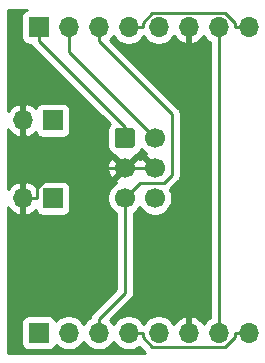
<source format=gbl>
%TF.GenerationSoftware,KiCad,Pcbnew,5.1.9+dfsg1-1+deb11u1*%
%TF.CreationDate,2022-11-30T10:07:17+01:00*%
%TF.ProjectId,A500MPU-Adapter,41353030-4d50-4552-9d41-646170746572,2.0*%
%TF.SameCoordinates,Original*%
%TF.FileFunction,Copper,L2,Bot*%
%TF.FilePolarity,Positive*%
%FSLAX46Y46*%
G04 Gerber Fmt 4.6, Leading zero omitted, Abs format (unit mm)*
G04 Created by KiCad (PCBNEW 5.1.9+dfsg1-1+deb11u1) date 2022-11-30 10:07:17*
%MOMM*%
%LPD*%
G01*
G04 APERTURE LIST*
%TA.AperFunction,ComponentPad*%
%ADD10R,1.700000X1.700000*%
%TD*%
%TA.AperFunction,ComponentPad*%
%ADD11O,1.700000X1.700000*%
%TD*%
%TA.AperFunction,ComponentPad*%
%ADD12C,1.700000*%
%TD*%
%TA.AperFunction,Conductor*%
%ADD13C,0.250000*%
%TD*%
%TA.AperFunction,Conductor*%
%ADD14C,0.254000*%
%TD*%
%TA.AperFunction,Conductor*%
%ADD15C,0.100000*%
%TD*%
G04 APERTURE END LIST*
D10*
%TO.P,P1,1*%
%TO.N,CLOCK*%
X148100000Y-124600000D03*
D11*
%TO.P,P1,2*%
%TO.N,DATA*%
X150640000Y-124600000D03*
%TO.P,P1,3*%
%TO.N,RESET*%
X153180000Y-124600000D03*
%TO.P,P1,4*%
%TO.N,INUSE*%
X155720000Y-124600000D03*
%TO.P,P1,5*%
%TO.N,Net-(P1-Pad5)*%
X158260000Y-124600000D03*
%TO.P,P1,6*%
%TO.N,GND*%
X160800000Y-124600000D03*
%TO.P,P1,7*%
%TO.N,STATUS*%
X163340000Y-124600000D03*
%TO.P,P1,8*%
%TO.N,INUSE*%
X165880000Y-124600000D03*
%TD*%
D10*
%TO.P,P2,1*%
%TO.N,CLOCK*%
X148100000Y-98700000D03*
D11*
%TO.P,P2,2*%
%TO.N,DATA*%
X150640000Y-98700000D03*
%TO.P,P2,3*%
%TO.N,RESET*%
X153180000Y-98700000D03*
%TO.P,P2,4*%
%TO.N,INUSE*%
X155720000Y-98700000D03*
%TO.P,P2,5*%
%TO.N,Net-(P2-Pad5)*%
X158260000Y-98700000D03*
%TO.P,P2,6*%
%TO.N,GND*%
X160800000Y-98700000D03*
%TO.P,P2,7*%
%TO.N,STATUS*%
X163340000Y-98700000D03*
%TO.P,P2,8*%
%TO.N,INUSE*%
X165880000Y-98700000D03*
%TD*%
%TO.P,P3,1*%
%TO.N,CLOCK*%
%TA.AperFunction,ComponentPad*%
G36*
G01*
X154550000Y-108700000D02*
X154550000Y-107500000D01*
G75*
G02*
X154800000Y-107250000I250000J0D01*
G01*
X156000000Y-107250000D01*
G75*
G02*
X156250000Y-107500000I0J-250000D01*
G01*
X156250000Y-108700000D01*
G75*
G02*
X156000000Y-108950000I-250000J0D01*
G01*
X154800000Y-108950000D01*
G75*
G02*
X154550000Y-108700000I0J250000D01*
G01*
G37*
%TD.AperFunction*%
D12*
%TO.P,P3,3*%
%TO.N,GND*%
X155400000Y-110640000D03*
%TO.P,P3,5*%
%TO.N,RESET*%
X155400000Y-113180000D03*
%TO.P,P3,2*%
%TO.N,DATA*%
X157940000Y-108100000D03*
%TO.P,P3,4*%
%TO.N,GND*%
X157940000Y-110640000D03*
%TO.P,P3,6*%
%TO.N,INUSE*%
X157940000Y-113180000D03*
%TD*%
D10*
%TO.P,P4,1*%
%TO.N,Net-(P4-Pad1)*%
X149300000Y-106600000D03*
D11*
%TO.P,P4,2*%
%TO.N,GND*%
X146760000Y-106600000D03*
%TD*%
%TO.P,P5,2*%
%TO.N,GND*%
X146760000Y-113200000D03*
D10*
%TO.P,P5,1*%
%TO.N,Net-(P5-Pad1)*%
X149300000Y-113200000D03*
%TD*%
D13*
%TO.N,GND*%
X146760000Y-106600000D02*
X146760000Y-107775100D01*
X149664000Y-110640000D02*
X147935100Y-112368900D01*
X147935100Y-112368900D02*
X147935100Y-113200000D01*
X155400000Y-110640000D02*
X149664000Y-110640000D01*
X149664000Y-110640000D02*
X146799100Y-107775100D01*
X146799100Y-107775100D02*
X146760000Y-107775100D01*
X146760000Y-113200000D02*
X147935100Y-113200000D01*
X157940000Y-110640000D02*
X155400000Y-110640000D01*
%TO.N,CLOCK*%
X148100000Y-98700000D02*
X148100000Y-99875100D01*
X155400000Y-108100000D02*
X155400000Y-107175100D01*
X155400000Y-107175100D02*
X148100000Y-99875100D01*
%TO.N,DATA*%
X150640000Y-98700000D02*
X150640000Y-100800000D01*
X150640000Y-100800000D02*
X157940000Y-108100000D01*
%TO.N,RESET*%
X153180000Y-123424900D02*
X155400000Y-121204900D01*
X155400000Y-121204900D02*
X155400000Y-113180000D01*
X153180000Y-124600000D02*
X153180000Y-123424900D01*
X153180000Y-99875100D02*
X153180000Y-98700000D01*
X159400000Y-106095100D02*
X153180000Y-99875100D01*
X159400000Y-111200000D02*
X159400000Y-106095100D01*
X158690000Y-111910000D02*
X159400000Y-111200000D01*
X156670000Y-111910000D02*
X158690000Y-111910000D01*
X155400000Y-113180000D02*
X156670000Y-111910000D01*
%TO.N,STATUS*%
X163340000Y-98700000D02*
X163340000Y-124600000D01*
%TO.N,INUSE*%
X165880000Y-124600000D02*
X164704900Y-124600000D01*
X155720000Y-124600000D02*
X156895100Y-124600000D01*
X156895100Y-124600000D02*
X156895100Y-124967200D01*
X156895100Y-124967200D02*
X157710000Y-125782100D01*
X157710000Y-125782100D02*
X163888000Y-125782100D01*
X163888000Y-125782100D02*
X164704900Y-124965200D01*
X164704900Y-124965200D02*
X164704900Y-124600000D01*
X155720000Y-98700000D02*
X156895100Y-98700000D01*
X165880000Y-98700000D02*
X164704900Y-98700000D01*
X164704900Y-98700000D02*
X164704900Y-98332800D01*
X164704900Y-98332800D02*
X163887900Y-97515800D01*
X163887900Y-97515800D02*
X157714000Y-97515800D01*
X157714000Y-97515800D02*
X156895100Y-98334700D01*
X156895100Y-98334700D02*
X156895100Y-98700000D01*
%TD*%
D14*
%TO.N,GND*%
X147005820Y-97260498D02*
X146895506Y-97319463D01*
X146798815Y-97398815D01*
X146719463Y-97495506D01*
X146660498Y-97605820D01*
X146624188Y-97725518D01*
X146611928Y-97850000D01*
X146611928Y-99550000D01*
X146624188Y-99674482D01*
X146660498Y-99794180D01*
X146719463Y-99904494D01*
X146798815Y-100001185D01*
X146895506Y-100080537D01*
X147005820Y-100139502D01*
X147125518Y-100175812D01*
X147250000Y-100188072D01*
X147405532Y-100188072D01*
X147465026Y-100299376D01*
X147527684Y-100375724D01*
X147560000Y-100415101D01*
X147588998Y-100438899D01*
X154104469Y-106954371D01*
X154061595Y-107006614D01*
X153979528Y-107160150D01*
X153928992Y-107326746D01*
X153911928Y-107500000D01*
X153911928Y-108700000D01*
X153928992Y-108873254D01*
X153979528Y-109039850D01*
X154061595Y-109193386D01*
X154172038Y-109327962D01*
X154306614Y-109438405D01*
X154460150Y-109520472D01*
X154569293Y-109553580D01*
X154551208Y-109611603D01*
X155400000Y-110460395D01*
X156248792Y-109611603D01*
X156230707Y-109553580D01*
X156339850Y-109520472D01*
X156493386Y-109438405D01*
X156627962Y-109327962D01*
X156738405Y-109193386D01*
X156806285Y-109066392D01*
X156993368Y-109253475D01*
X157166729Y-109369311D01*
X157091208Y-109611603D01*
X157940000Y-110460395D01*
X157954143Y-110446253D01*
X158133748Y-110625858D01*
X158119605Y-110640000D01*
X158133748Y-110654143D01*
X157954143Y-110833748D01*
X157940000Y-110819605D01*
X157925858Y-110833748D01*
X157746253Y-110654143D01*
X157760395Y-110640000D01*
X156911603Y-109791208D01*
X156670000Y-109866514D01*
X156428397Y-109791208D01*
X155579605Y-110640000D01*
X155593748Y-110654143D01*
X155414143Y-110833748D01*
X155400000Y-110819605D01*
X154551208Y-111668397D01*
X154626729Y-111910689D01*
X154453368Y-112026525D01*
X154246525Y-112233368D01*
X154084010Y-112476589D01*
X153972068Y-112746842D01*
X153915000Y-113033740D01*
X153915000Y-113326260D01*
X153972068Y-113613158D01*
X154084010Y-113883411D01*
X154246525Y-114126632D01*
X154453368Y-114333475D01*
X154640001Y-114458179D01*
X154640000Y-120890098D01*
X152668998Y-122861101D01*
X152640000Y-122884899D01*
X152616202Y-122913897D01*
X152616201Y-122913898D01*
X152545026Y-123000624D01*
X152474454Y-123132654D01*
X152453063Y-123203175D01*
X152430998Y-123275914D01*
X152426933Y-123317189D01*
X152233368Y-123446525D01*
X152026525Y-123653368D01*
X151910000Y-123827760D01*
X151793475Y-123653368D01*
X151586632Y-123446525D01*
X151343411Y-123284010D01*
X151073158Y-123172068D01*
X150786260Y-123115000D01*
X150493740Y-123115000D01*
X150206842Y-123172068D01*
X149936589Y-123284010D01*
X149693368Y-123446525D01*
X149561513Y-123578380D01*
X149539502Y-123505820D01*
X149480537Y-123395506D01*
X149401185Y-123298815D01*
X149304494Y-123219463D01*
X149194180Y-123160498D01*
X149074482Y-123124188D01*
X148950000Y-123111928D01*
X147250000Y-123111928D01*
X147125518Y-123124188D01*
X147005820Y-123160498D01*
X146895506Y-123219463D01*
X146798815Y-123298815D01*
X146719463Y-123395506D01*
X146660498Y-123505820D01*
X146624188Y-123625518D01*
X146611928Y-123750000D01*
X146611928Y-125450000D01*
X146624188Y-125574482D01*
X146660498Y-125694180D01*
X146719463Y-125804494D01*
X146798815Y-125901185D01*
X146895506Y-125980537D01*
X147005820Y-126039502D01*
X147125518Y-126075812D01*
X147250000Y-126088072D01*
X148950000Y-126088072D01*
X149074482Y-126075812D01*
X149194180Y-126039502D01*
X149304494Y-125980537D01*
X149401185Y-125901185D01*
X149480537Y-125804494D01*
X149539502Y-125694180D01*
X149561513Y-125621620D01*
X149693368Y-125753475D01*
X149936589Y-125915990D01*
X150206842Y-126027932D01*
X150493740Y-126085000D01*
X150786260Y-126085000D01*
X151073158Y-126027932D01*
X151343411Y-125915990D01*
X151586632Y-125753475D01*
X151793475Y-125546632D01*
X151910000Y-125372240D01*
X152026525Y-125546632D01*
X152233368Y-125753475D01*
X152476589Y-125915990D01*
X152746842Y-126027932D01*
X153033740Y-126085000D01*
X153326260Y-126085000D01*
X153613158Y-126027932D01*
X153883411Y-125915990D01*
X154126632Y-125753475D01*
X154333475Y-125546632D01*
X154450000Y-125372240D01*
X154566525Y-125546632D01*
X154773368Y-125753475D01*
X155016589Y-125915990D01*
X155286842Y-126027932D01*
X155573740Y-126085000D01*
X155866260Y-126085000D01*
X156153158Y-126027932D01*
X156423411Y-125915990D01*
X156630630Y-125777531D01*
X157143098Y-126290000D01*
X145490000Y-126290000D01*
X145490000Y-113955745D01*
X145564822Y-114081355D01*
X145759731Y-114297588D01*
X145993080Y-114471641D01*
X146255901Y-114596825D01*
X146403110Y-114641476D01*
X146633000Y-114520155D01*
X146633000Y-113327000D01*
X146613000Y-113327000D01*
X146613000Y-113073000D01*
X146633000Y-113073000D01*
X146633000Y-111879845D01*
X146887000Y-111879845D01*
X146887000Y-113073000D01*
X146907000Y-113073000D01*
X146907000Y-113327000D01*
X146887000Y-113327000D01*
X146887000Y-114520155D01*
X147116890Y-114641476D01*
X147264099Y-114596825D01*
X147526920Y-114471641D01*
X147760269Y-114297588D01*
X147836034Y-114213534D01*
X147860498Y-114294180D01*
X147919463Y-114404494D01*
X147998815Y-114501185D01*
X148095506Y-114580537D01*
X148205820Y-114639502D01*
X148325518Y-114675812D01*
X148450000Y-114688072D01*
X150150000Y-114688072D01*
X150274482Y-114675812D01*
X150394180Y-114639502D01*
X150504494Y-114580537D01*
X150601185Y-114501185D01*
X150680537Y-114404494D01*
X150739502Y-114294180D01*
X150775812Y-114174482D01*
X150788072Y-114050000D01*
X150788072Y-112350000D01*
X150775812Y-112225518D01*
X150739502Y-112105820D01*
X150680537Y-111995506D01*
X150601185Y-111898815D01*
X150504494Y-111819463D01*
X150394180Y-111760498D01*
X150274482Y-111724188D01*
X150150000Y-111711928D01*
X148450000Y-111711928D01*
X148325518Y-111724188D01*
X148205820Y-111760498D01*
X148095506Y-111819463D01*
X147998815Y-111898815D01*
X147919463Y-111995506D01*
X147860498Y-112105820D01*
X147836034Y-112186466D01*
X147760269Y-112102412D01*
X147526920Y-111928359D01*
X147264099Y-111803175D01*
X147116890Y-111758524D01*
X146887000Y-111879845D01*
X146633000Y-111879845D01*
X146403110Y-111758524D01*
X146255901Y-111803175D01*
X145993080Y-111928359D01*
X145759731Y-112102412D01*
X145564822Y-112318645D01*
X145490000Y-112444255D01*
X145490000Y-110708531D01*
X153909389Y-110708531D01*
X153951401Y-110998019D01*
X154049081Y-111273747D01*
X154122528Y-111411157D01*
X154371603Y-111488792D01*
X155220395Y-110640000D01*
X154371603Y-109791208D01*
X154122528Y-109868843D01*
X153996629Y-110132883D01*
X153924661Y-110416411D01*
X153909389Y-110708531D01*
X145490000Y-110708531D01*
X145490000Y-107355745D01*
X145564822Y-107481355D01*
X145759731Y-107697588D01*
X145993080Y-107871641D01*
X146255901Y-107996825D01*
X146403110Y-108041476D01*
X146633000Y-107920155D01*
X146633000Y-106727000D01*
X146613000Y-106727000D01*
X146613000Y-106473000D01*
X146633000Y-106473000D01*
X146633000Y-105279845D01*
X146887000Y-105279845D01*
X146887000Y-106473000D01*
X146907000Y-106473000D01*
X146907000Y-106727000D01*
X146887000Y-106727000D01*
X146887000Y-107920155D01*
X147116890Y-108041476D01*
X147264099Y-107996825D01*
X147526920Y-107871641D01*
X147760269Y-107697588D01*
X147836034Y-107613534D01*
X147860498Y-107694180D01*
X147919463Y-107804494D01*
X147998815Y-107901185D01*
X148095506Y-107980537D01*
X148205820Y-108039502D01*
X148325518Y-108075812D01*
X148450000Y-108088072D01*
X150150000Y-108088072D01*
X150274482Y-108075812D01*
X150394180Y-108039502D01*
X150504494Y-107980537D01*
X150601185Y-107901185D01*
X150680537Y-107804494D01*
X150739502Y-107694180D01*
X150775812Y-107574482D01*
X150788072Y-107450000D01*
X150788072Y-105750000D01*
X150775812Y-105625518D01*
X150739502Y-105505820D01*
X150680537Y-105395506D01*
X150601185Y-105298815D01*
X150504494Y-105219463D01*
X150394180Y-105160498D01*
X150274482Y-105124188D01*
X150150000Y-105111928D01*
X148450000Y-105111928D01*
X148325518Y-105124188D01*
X148205820Y-105160498D01*
X148095506Y-105219463D01*
X147998815Y-105298815D01*
X147919463Y-105395506D01*
X147860498Y-105505820D01*
X147836034Y-105586466D01*
X147760269Y-105502412D01*
X147526920Y-105328359D01*
X147264099Y-105203175D01*
X147116890Y-105158524D01*
X146887000Y-105279845D01*
X146633000Y-105279845D01*
X146403110Y-105158524D01*
X146255901Y-105203175D01*
X145993080Y-105328359D01*
X145759731Y-105502412D01*
X145564822Y-105718645D01*
X145490000Y-105844255D01*
X145490000Y-97230000D01*
X147106358Y-97230000D01*
X147005820Y-97260498D01*
%TA.AperFunction,Conductor*%
D15*
G36*
X147005820Y-97260498D02*
G01*
X146895506Y-97319463D01*
X146798815Y-97398815D01*
X146719463Y-97495506D01*
X146660498Y-97605820D01*
X146624188Y-97725518D01*
X146611928Y-97850000D01*
X146611928Y-99550000D01*
X146624188Y-99674482D01*
X146660498Y-99794180D01*
X146719463Y-99904494D01*
X146798815Y-100001185D01*
X146895506Y-100080537D01*
X147005820Y-100139502D01*
X147125518Y-100175812D01*
X147250000Y-100188072D01*
X147405532Y-100188072D01*
X147465026Y-100299376D01*
X147527684Y-100375724D01*
X147560000Y-100415101D01*
X147588998Y-100438899D01*
X154104469Y-106954371D01*
X154061595Y-107006614D01*
X153979528Y-107160150D01*
X153928992Y-107326746D01*
X153911928Y-107500000D01*
X153911928Y-108700000D01*
X153928992Y-108873254D01*
X153979528Y-109039850D01*
X154061595Y-109193386D01*
X154172038Y-109327962D01*
X154306614Y-109438405D01*
X154460150Y-109520472D01*
X154569293Y-109553580D01*
X154551208Y-109611603D01*
X155400000Y-110460395D01*
X156248792Y-109611603D01*
X156230707Y-109553580D01*
X156339850Y-109520472D01*
X156493386Y-109438405D01*
X156627962Y-109327962D01*
X156738405Y-109193386D01*
X156806285Y-109066392D01*
X156993368Y-109253475D01*
X157166729Y-109369311D01*
X157091208Y-109611603D01*
X157940000Y-110460395D01*
X157954143Y-110446253D01*
X158133748Y-110625858D01*
X158119605Y-110640000D01*
X158133748Y-110654143D01*
X157954143Y-110833748D01*
X157940000Y-110819605D01*
X157925858Y-110833748D01*
X157746253Y-110654143D01*
X157760395Y-110640000D01*
X156911603Y-109791208D01*
X156670000Y-109866514D01*
X156428397Y-109791208D01*
X155579605Y-110640000D01*
X155593748Y-110654143D01*
X155414143Y-110833748D01*
X155400000Y-110819605D01*
X154551208Y-111668397D01*
X154626729Y-111910689D01*
X154453368Y-112026525D01*
X154246525Y-112233368D01*
X154084010Y-112476589D01*
X153972068Y-112746842D01*
X153915000Y-113033740D01*
X153915000Y-113326260D01*
X153972068Y-113613158D01*
X154084010Y-113883411D01*
X154246525Y-114126632D01*
X154453368Y-114333475D01*
X154640001Y-114458179D01*
X154640000Y-120890098D01*
X152668998Y-122861101D01*
X152640000Y-122884899D01*
X152616202Y-122913897D01*
X152616201Y-122913898D01*
X152545026Y-123000624D01*
X152474454Y-123132654D01*
X152453063Y-123203175D01*
X152430998Y-123275914D01*
X152426933Y-123317189D01*
X152233368Y-123446525D01*
X152026525Y-123653368D01*
X151910000Y-123827760D01*
X151793475Y-123653368D01*
X151586632Y-123446525D01*
X151343411Y-123284010D01*
X151073158Y-123172068D01*
X150786260Y-123115000D01*
X150493740Y-123115000D01*
X150206842Y-123172068D01*
X149936589Y-123284010D01*
X149693368Y-123446525D01*
X149561513Y-123578380D01*
X149539502Y-123505820D01*
X149480537Y-123395506D01*
X149401185Y-123298815D01*
X149304494Y-123219463D01*
X149194180Y-123160498D01*
X149074482Y-123124188D01*
X148950000Y-123111928D01*
X147250000Y-123111928D01*
X147125518Y-123124188D01*
X147005820Y-123160498D01*
X146895506Y-123219463D01*
X146798815Y-123298815D01*
X146719463Y-123395506D01*
X146660498Y-123505820D01*
X146624188Y-123625518D01*
X146611928Y-123750000D01*
X146611928Y-125450000D01*
X146624188Y-125574482D01*
X146660498Y-125694180D01*
X146719463Y-125804494D01*
X146798815Y-125901185D01*
X146895506Y-125980537D01*
X147005820Y-126039502D01*
X147125518Y-126075812D01*
X147250000Y-126088072D01*
X148950000Y-126088072D01*
X149074482Y-126075812D01*
X149194180Y-126039502D01*
X149304494Y-125980537D01*
X149401185Y-125901185D01*
X149480537Y-125804494D01*
X149539502Y-125694180D01*
X149561513Y-125621620D01*
X149693368Y-125753475D01*
X149936589Y-125915990D01*
X150206842Y-126027932D01*
X150493740Y-126085000D01*
X150786260Y-126085000D01*
X151073158Y-126027932D01*
X151343411Y-125915990D01*
X151586632Y-125753475D01*
X151793475Y-125546632D01*
X151910000Y-125372240D01*
X152026525Y-125546632D01*
X152233368Y-125753475D01*
X152476589Y-125915990D01*
X152746842Y-126027932D01*
X153033740Y-126085000D01*
X153326260Y-126085000D01*
X153613158Y-126027932D01*
X153883411Y-125915990D01*
X154126632Y-125753475D01*
X154333475Y-125546632D01*
X154450000Y-125372240D01*
X154566525Y-125546632D01*
X154773368Y-125753475D01*
X155016589Y-125915990D01*
X155286842Y-126027932D01*
X155573740Y-126085000D01*
X155866260Y-126085000D01*
X156153158Y-126027932D01*
X156423411Y-125915990D01*
X156630630Y-125777531D01*
X157143098Y-126290000D01*
X145490000Y-126290000D01*
X145490000Y-113955745D01*
X145564822Y-114081355D01*
X145759731Y-114297588D01*
X145993080Y-114471641D01*
X146255901Y-114596825D01*
X146403110Y-114641476D01*
X146633000Y-114520155D01*
X146633000Y-113327000D01*
X146613000Y-113327000D01*
X146613000Y-113073000D01*
X146633000Y-113073000D01*
X146633000Y-111879845D01*
X146887000Y-111879845D01*
X146887000Y-113073000D01*
X146907000Y-113073000D01*
X146907000Y-113327000D01*
X146887000Y-113327000D01*
X146887000Y-114520155D01*
X147116890Y-114641476D01*
X147264099Y-114596825D01*
X147526920Y-114471641D01*
X147760269Y-114297588D01*
X147836034Y-114213534D01*
X147860498Y-114294180D01*
X147919463Y-114404494D01*
X147998815Y-114501185D01*
X148095506Y-114580537D01*
X148205820Y-114639502D01*
X148325518Y-114675812D01*
X148450000Y-114688072D01*
X150150000Y-114688072D01*
X150274482Y-114675812D01*
X150394180Y-114639502D01*
X150504494Y-114580537D01*
X150601185Y-114501185D01*
X150680537Y-114404494D01*
X150739502Y-114294180D01*
X150775812Y-114174482D01*
X150788072Y-114050000D01*
X150788072Y-112350000D01*
X150775812Y-112225518D01*
X150739502Y-112105820D01*
X150680537Y-111995506D01*
X150601185Y-111898815D01*
X150504494Y-111819463D01*
X150394180Y-111760498D01*
X150274482Y-111724188D01*
X150150000Y-111711928D01*
X148450000Y-111711928D01*
X148325518Y-111724188D01*
X148205820Y-111760498D01*
X148095506Y-111819463D01*
X147998815Y-111898815D01*
X147919463Y-111995506D01*
X147860498Y-112105820D01*
X147836034Y-112186466D01*
X147760269Y-112102412D01*
X147526920Y-111928359D01*
X147264099Y-111803175D01*
X147116890Y-111758524D01*
X146887000Y-111879845D01*
X146633000Y-111879845D01*
X146403110Y-111758524D01*
X146255901Y-111803175D01*
X145993080Y-111928359D01*
X145759731Y-112102412D01*
X145564822Y-112318645D01*
X145490000Y-112444255D01*
X145490000Y-110708531D01*
X153909389Y-110708531D01*
X153951401Y-110998019D01*
X154049081Y-111273747D01*
X154122528Y-111411157D01*
X154371603Y-111488792D01*
X155220395Y-110640000D01*
X154371603Y-109791208D01*
X154122528Y-109868843D01*
X153996629Y-110132883D01*
X153924661Y-110416411D01*
X153909389Y-110708531D01*
X145490000Y-110708531D01*
X145490000Y-107355745D01*
X145564822Y-107481355D01*
X145759731Y-107697588D01*
X145993080Y-107871641D01*
X146255901Y-107996825D01*
X146403110Y-108041476D01*
X146633000Y-107920155D01*
X146633000Y-106727000D01*
X146613000Y-106727000D01*
X146613000Y-106473000D01*
X146633000Y-106473000D01*
X146633000Y-105279845D01*
X146887000Y-105279845D01*
X146887000Y-106473000D01*
X146907000Y-106473000D01*
X146907000Y-106727000D01*
X146887000Y-106727000D01*
X146887000Y-107920155D01*
X147116890Y-108041476D01*
X147264099Y-107996825D01*
X147526920Y-107871641D01*
X147760269Y-107697588D01*
X147836034Y-107613534D01*
X147860498Y-107694180D01*
X147919463Y-107804494D01*
X147998815Y-107901185D01*
X148095506Y-107980537D01*
X148205820Y-108039502D01*
X148325518Y-108075812D01*
X148450000Y-108088072D01*
X150150000Y-108088072D01*
X150274482Y-108075812D01*
X150394180Y-108039502D01*
X150504494Y-107980537D01*
X150601185Y-107901185D01*
X150680537Y-107804494D01*
X150739502Y-107694180D01*
X150775812Y-107574482D01*
X150788072Y-107450000D01*
X150788072Y-105750000D01*
X150775812Y-105625518D01*
X150739502Y-105505820D01*
X150680537Y-105395506D01*
X150601185Y-105298815D01*
X150504494Y-105219463D01*
X150394180Y-105160498D01*
X150274482Y-105124188D01*
X150150000Y-105111928D01*
X148450000Y-105111928D01*
X148325518Y-105124188D01*
X148205820Y-105160498D01*
X148095506Y-105219463D01*
X147998815Y-105298815D01*
X147919463Y-105395506D01*
X147860498Y-105505820D01*
X147836034Y-105586466D01*
X147760269Y-105502412D01*
X147526920Y-105328359D01*
X147264099Y-105203175D01*
X147116890Y-105158524D01*
X146887000Y-105279845D01*
X146633000Y-105279845D01*
X146403110Y-105158524D01*
X146255901Y-105203175D01*
X145993080Y-105328359D01*
X145759731Y-105502412D01*
X145564822Y-105718645D01*
X145490000Y-105844255D01*
X145490000Y-97230000D01*
X147106358Y-97230000D01*
X147005820Y-97260498D01*
G37*
%TD.AperFunction*%
D14*
X160927000Y-98573000D02*
X160947000Y-98573000D01*
X160947000Y-98827000D01*
X160927000Y-98827000D01*
X160927000Y-100020155D01*
X161156890Y-100141476D01*
X161304099Y-100096825D01*
X161566920Y-99971641D01*
X161800269Y-99797588D01*
X161995178Y-99581355D01*
X162064805Y-99464466D01*
X162186525Y-99646632D01*
X162393368Y-99853475D01*
X162580000Y-99978178D01*
X162580001Y-123321821D01*
X162393368Y-123446525D01*
X162186525Y-123653368D01*
X162064805Y-123835534D01*
X161995178Y-123718645D01*
X161800269Y-123502412D01*
X161566920Y-123328359D01*
X161304099Y-123203175D01*
X161156890Y-123158524D01*
X160927000Y-123279845D01*
X160927000Y-124473000D01*
X160947000Y-124473000D01*
X160947000Y-124727000D01*
X160927000Y-124727000D01*
X160927000Y-124747000D01*
X160673000Y-124747000D01*
X160673000Y-124727000D01*
X160653000Y-124727000D01*
X160653000Y-124473000D01*
X160673000Y-124473000D01*
X160673000Y-123279845D01*
X160443110Y-123158524D01*
X160295901Y-123203175D01*
X160033080Y-123328359D01*
X159799731Y-123502412D01*
X159604822Y-123718645D01*
X159535195Y-123835534D01*
X159413475Y-123653368D01*
X159206632Y-123446525D01*
X158963411Y-123284010D01*
X158693158Y-123172068D01*
X158406260Y-123115000D01*
X158113740Y-123115000D01*
X157826842Y-123172068D01*
X157556589Y-123284010D01*
X157313368Y-123446525D01*
X157106525Y-123653368D01*
X156990000Y-123827760D01*
X156873475Y-123653368D01*
X156666632Y-123446525D01*
X156423411Y-123284010D01*
X156153158Y-123172068D01*
X155866260Y-123115000D01*
X155573740Y-123115000D01*
X155286842Y-123172068D01*
X155016589Y-123284010D01*
X154773368Y-123446525D01*
X154566525Y-123653368D01*
X154450000Y-123827760D01*
X154333475Y-123653368D01*
X154179904Y-123499797D01*
X155911004Y-121768698D01*
X155940001Y-121744901D01*
X155966332Y-121712817D01*
X156034974Y-121629177D01*
X156105546Y-121497147D01*
X156105546Y-121497146D01*
X156149003Y-121353886D01*
X156160000Y-121242233D01*
X156160000Y-121242224D01*
X156163676Y-121204901D01*
X156160000Y-121167578D01*
X156160000Y-114458178D01*
X156346632Y-114333475D01*
X156553475Y-114126632D01*
X156670000Y-113952240D01*
X156786525Y-114126632D01*
X156993368Y-114333475D01*
X157236589Y-114495990D01*
X157506842Y-114607932D01*
X157793740Y-114665000D01*
X158086260Y-114665000D01*
X158373158Y-114607932D01*
X158643411Y-114495990D01*
X158886632Y-114333475D01*
X159093475Y-114126632D01*
X159255990Y-113883411D01*
X159367932Y-113613158D01*
X159425000Y-113326260D01*
X159425000Y-113033740D01*
X159367932Y-112746842D01*
X159255990Y-112476589D01*
X159234534Y-112444478D01*
X159253803Y-112420998D01*
X159911004Y-111763798D01*
X159940001Y-111740001D01*
X160034974Y-111624276D01*
X160105546Y-111492247D01*
X160149003Y-111348986D01*
X160160000Y-111237333D01*
X160160000Y-111237332D01*
X160163677Y-111200000D01*
X160160000Y-111162667D01*
X160160000Y-106132422D01*
X160163676Y-106095099D01*
X160160000Y-106057776D01*
X160160000Y-106057767D01*
X160149003Y-105946114D01*
X160105546Y-105802853D01*
X160034974Y-105670824D01*
X159940001Y-105555099D01*
X159911003Y-105531301D01*
X154179904Y-99800203D01*
X154333475Y-99646632D01*
X154450000Y-99472240D01*
X154566525Y-99646632D01*
X154773368Y-99853475D01*
X155016589Y-100015990D01*
X155286842Y-100127932D01*
X155573740Y-100185000D01*
X155866260Y-100185000D01*
X156153158Y-100127932D01*
X156423411Y-100015990D01*
X156666632Y-99853475D01*
X156873475Y-99646632D01*
X156990000Y-99472240D01*
X157106525Y-99646632D01*
X157313368Y-99853475D01*
X157556589Y-100015990D01*
X157826842Y-100127932D01*
X158113740Y-100185000D01*
X158406260Y-100185000D01*
X158693158Y-100127932D01*
X158963411Y-100015990D01*
X159206632Y-99853475D01*
X159413475Y-99646632D01*
X159535195Y-99464466D01*
X159604822Y-99581355D01*
X159799731Y-99797588D01*
X160033080Y-99971641D01*
X160295901Y-100096825D01*
X160443110Y-100141476D01*
X160673000Y-100020155D01*
X160673000Y-98827000D01*
X160653000Y-98827000D01*
X160653000Y-98573000D01*
X160673000Y-98573000D01*
X160673000Y-98553000D01*
X160927000Y-98553000D01*
X160927000Y-98573000D01*
%TA.AperFunction,Conductor*%
D15*
G36*
X160927000Y-98573000D02*
G01*
X160947000Y-98573000D01*
X160947000Y-98827000D01*
X160927000Y-98827000D01*
X160927000Y-100020155D01*
X161156890Y-100141476D01*
X161304099Y-100096825D01*
X161566920Y-99971641D01*
X161800269Y-99797588D01*
X161995178Y-99581355D01*
X162064805Y-99464466D01*
X162186525Y-99646632D01*
X162393368Y-99853475D01*
X162580000Y-99978178D01*
X162580001Y-123321821D01*
X162393368Y-123446525D01*
X162186525Y-123653368D01*
X162064805Y-123835534D01*
X161995178Y-123718645D01*
X161800269Y-123502412D01*
X161566920Y-123328359D01*
X161304099Y-123203175D01*
X161156890Y-123158524D01*
X160927000Y-123279845D01*
X160927000Y-124473000D01*
X160947000Y-124473000D01*
X160947000Y-124727000D01*
X160927000Y-124727000D01*
X160927000Y-124747000D01*
X160673000Y-124747000D01*
X160673000Y-124727000D01*
X160653000Y-124727000D01*
X160653000Y-124473000D01*
X160673000Y-124473000D01*
X160673000Y-123279845D01*
X160443110Y-123158524D01*
X160295901Y-123203175D01*
X160033080Y-123328359D01*
X159799731Y-123502412D01*
X159604822Y-123718645D01*
X159535195Y-123835534D01*
X159413475Y-123653368D01*
X159206632Y-123446525D01*
X158963411Y-123284010D01*
X158693158Y-123172068D01*
X158406260Y-123115000D01*
X158113740Y-123115000D01*
X157826842Y-123172068D01*
X157556589Y-123284010D01*
X157313368Y-123446525D01*
X157106525Y-123653368D01*
X156990000Y-123827760D01*
X156873475Y-123653368D01*
X156666632Y-123446525D01*
X156423411Y-123284010D01*
X156153158Y-123172068D01*
X155866260Y-123115000D01*
X155573740Y-123115000D01*
X155286842Y-123172068D01*
X155016589Y-123284010D01*
X154773368Y-123446525D01*
X154566525Y-123653368D01*
X154450000Y-123827760D01*
X154333475Y-123653368D01*
X154179904Y-123499797D01*
X155911004Y-121768698D01*
X155940001Y-121744901D01*
X155966332Y-121712817D01*
X156034974Y-121629177D01*
X156105546Y-121497147D01*
X156105546Y-121497146D01*
X156149003Y-121353886D01*
X156160000Y-121242233D01*
X156160000Y-121242224D01*
X156163676Y-121204901D01*
X156160000Y-121167578D01*
X156160000Y-114458178D01*
X156346632Y-114333475D01*
X156553475Y-114126632D01*
X156670000Y-113952240D01*
X156786525Y-114126632D01*
X156993368Y-114333475D01*
X157236589Y-114495990D01*
X157506842Y-114607932D01*
X157793740Y-114665000D01*
X158086260Y-114665000D01*
X158373158Y-114607932D01*
X158643411Y-114495990D01*
X158886632Y-114333475D01*
X159093475Y-114126632D01*
X159255990Y-113883411D01*
X159367932Y-113613158D01*
X159425000Y-113326260D01*
X159425000Y-113033740D01*
X159367932Y-112746842D01*
X159255990Y-112476589D01*
X159234534Y-112444478D01*
X159253803Y-112420998D01*
X159911004Y-111763798D01*
X159940001Y-111740001D01*
X160034974Y-111624276D01*
X160105546Y-111492247D01*
X160149003Y-111348986D01*
X160160000Y-111237333D01*
X160160000Y-111237332D01*
X160163677Y-111200000D01*
X160160000Y-111162667D01*
X160160000Y-106132422D01*
X160163676Y-106095099D01*
X160160000Y-106057776D01*
X160160000Y-106057767D01*
X160149003Y-105946114D01*
X160105546Y-105802853D01*
X160034974Y-105670824D01*
X159940001Y-105555099D01*
X159911003Y-105531301D01*
X154179904Y-99800203D01*
X154333475Y-99646632D01*
X154450000Y-99472240D01*
X154566525Y-99646632D01*
X154773368Y-99853475D01*
X155016589Y-100015990D01*
X155286842Y-100127932D01*
X155573740Y-100185000D01*
X155866260Y-100185000D01*
X156153158Y-100127932D01*
X156423411Y-100015990D01*
X156666632Y-99853475D01*
X156873475Y-99646632D01*
X156990000Y-99472240D01*
X157106525Y-99646632D01*
X157313368Y-99853475D01*
X157556589Y-100015990D01*
X157826842Y-100127932D01*
X158113740Y-100185000D01*
X158406260Y-100185000D01*
X158693158Y-100127932D01*
X158963411Y-100015990D01*
X159206632Y-99853475D01*
X159413475Y-99646632D01*
X159535195Y-99464466D01*
X159604822Y-99581355D01*
X159799731Y-99797588D01*
X160033080Y-99971641D01*
X160295901Y-100096825D01*
X160443110Y-100141476D01*
X160673000Y-100020155D01*
X160673000Y-98827000D01*
X160653000Y-98827000D01*
X160653000Y-98573000D01*
X160673000Y-98573000D01*
X160673000Y-98553000D01*
X160927000Y-98553000D01*
X160927000Y-98573000D01*
G37*
%TD.AperFunction*%
%TD*%
M02*

</source>
